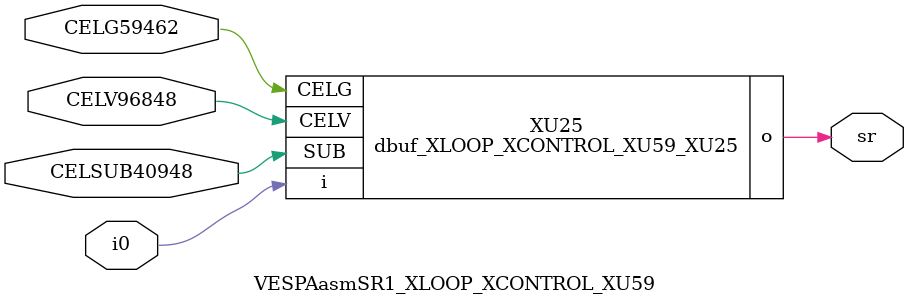
<source format=v>
module dbuf_XLOOP_XCONTROL_XU59_XU25 (CELV,CELG,i,o,SUB);
  input  i;
  output  o;
  input  SUB;
  input  CELG;
  input  CELV;
endmodule

// ------------------------ Module Verilog ---------------
module VESPAasmSR1_XLOOP_XCONTROL_XU59 (i0, sr, CELG59462, CELV96848, CELSUB40948);
input  i0;
output  sr;
input  CELG59462;
input  CELV96848;
input  CELSUB40948;


// ------------------------ Wires ------------------------

// ------------------------ Networks ---------------------
dbuf_XLOOP_XCONTROL_XU59_XU25 XU25 (
.i(i0),
.o(sr),
.SUB(CELSUB40948),
.CELG(CELG59462),
.CELV(CELV96848)
);

endmodule


</source>
